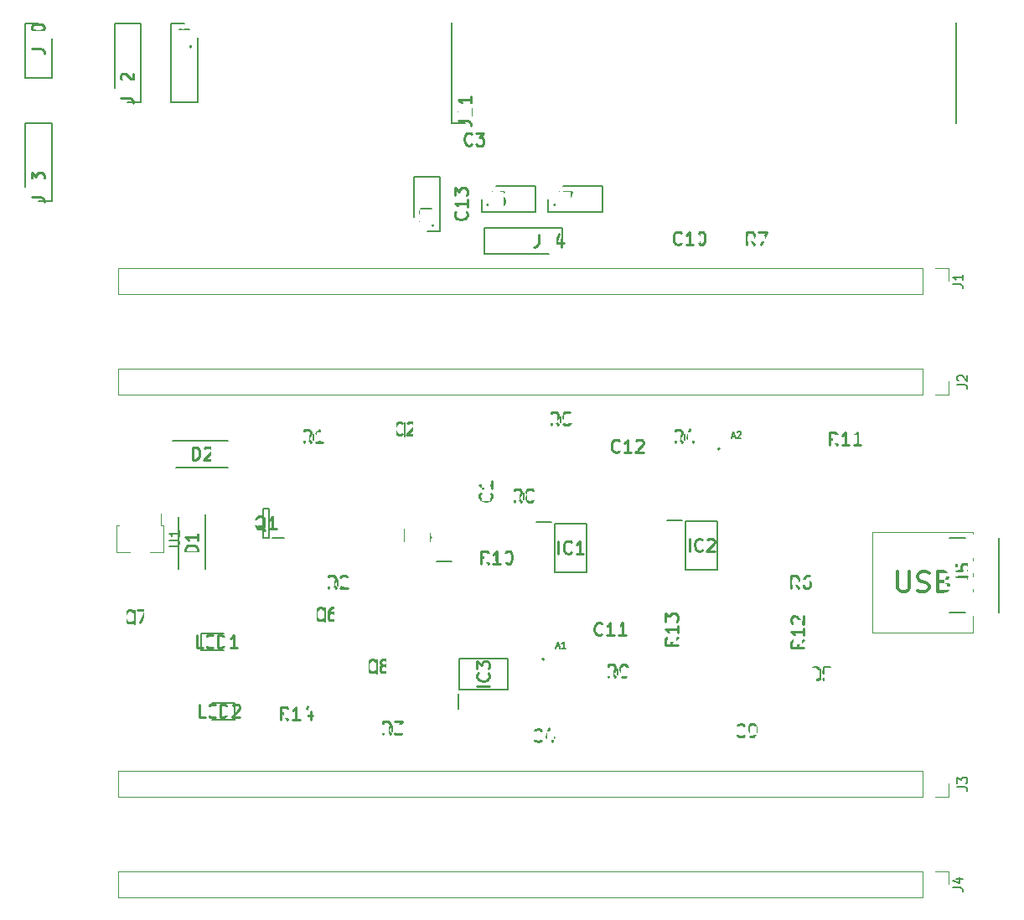
<source format=gto>
%TF.GenerationSoftware,KiCad,Pcbnew,(6.0.2)*%
%TF.CreationDate,2022-04-17T21:21:11+02:00*%
%TF.ProjectId,main,6d61696e-2e6b-4696-9361-645f70636258,rev?*%
%TF.SameCoordinates,Original*%
%TF.FileFunction,Legend,Top*%
%TF.FilePolarity,Positive*%
%FSLAX46Y46*%
G04 Gerber Fmt 4.6, Leading zero omitted, Abs format (unit mm)*
G04 Created by KiCad (PCBNEW (6.0.2)) date 2022-04-17 21:21:11*
%MOMM*%
%LPD*%
G01*
G04 APERTURE LIST*
G04 Aperture macros list*
%AMFreePoly0*
4,1,9,3.862500,-0.866500,0.737500,-0.866500,0.737500,-0.450000,-0.737500,-0.450000,-0.737500,0.450000,0.737500,0.450000,0.737500,0.866500,3.862500,0.866500,3.862500,-0.866500,3.862500,-0.866500,$1*%
G04 Aperture macros list end*
%ADD10C,0.100000*%
%ADD11C,0.300000*%
%ADD12C,0.254000*%
%ADD13C,0.150000*%
%ADD14C,0.200000*%
%ADD15C,0.120000*%
%ADD16R,1.650000X1.650000*%
%ADD17C,1.650000*%
%ADD18R,0.940000X0.730000*%
%ADD19R,1.050000X1.820000*%
%ADD20R,0.950000X0.900000*%
%ADD21R,1.525000X0.700000*%
%ADD22R,2.513000X3.402000*%
%ADD23R,0.900000X0.950000*%
%ADD24R,0.730000X0.940000*%
%ADD25R,1.525000X0.650000*%
%ADD26R,1.380000X0.450000*%
%ADD27R,2.100000X1.475000*%
%ADD28R,1.900000X1.175000*%
%ADD29R,1.900000X2.375000*%
%ADD30R,1.200000X0.600000*%
%ADD31R,1.550000X2.350000*%
%ADD32R,1.700000X1.700000*%
%ADD33O,1.700000X1.700000*%
%ADD34R,0.800000X0.800000*%
%ADD35R,0.750000X0.600000*%
%ADD36R,0.650000X1.525000*%
%ADD37R,0.910000X1.390000*%
%ADD38R,1.425000X1.425000*%
%ADD39C,1.425000*%
%ADD40R,2.350000X1.550000*%
%ADD41R,0.900000X1.300000*%
%ADD42FreePoly0,270.000000*%
G04 APERTURE END LIST*
D10*
X167520000Y-102680000D02*
X177680000Y-102680000D01*
X177680000Y-102680000D02*
X177680000Y-112840000D01*
X177680000Y-112840000D02*
X167520000Y-112840000D01*
X167520000Y-112840000D02*
X167520000Y-102680000D01*
D11*
X170076190Y-106664761D02*
X170076190Y-108283809D01*
X170171428Y-108474285D01*
X170266666Y-108569523D01*
X170457142Y-108664761D01*
X170838095Y-108664761D01*
X171028571Y-108569523D01*
X171123809Y-108474285D01*
X171219047Y-108283809D01*
X171219047Y-106664761D01*
X172076190Y-108569523D02*
X172361904Y-108664761D01*
X172838095Y-108664761D01*
X173028571Y-108569523D01*
X173123809Y-108474285D01*
X173219047Y-108283809D01*
X173219047Y-108093333D01*
X173123809Y-107902857D01*
X173028571Y-107807619D01*
X172838095Y-107712380D01*
X172457142Y-107617142D01*
X172266666Y-107521904D01*
X172171428Y-107426666D01*
X172076190Y-107236190D01*
X172076190Y-107045714D01*
X172171428Y-106855238D01*
X172266666Y-106760000D01*
X172457142Y-106664761D01*
X172933333Y-106664761D01*
X173219047Y-106760000D01*
X174742857Y-107617142D02*
X175028571Y-107712380D01*
X175123809Y-107807619D01*
X175219047Y-107998095D01*
X175219047Y-108283809D01*
X175123809Y-108474285D01*
X175028571Y-108569523D01*
X174838095Y-108664761D01*
X174076190Y-108664761D01*
X174076190Y-106664761D01*
X174742857Y-106664761D01*
X174933333Y-106760000D01*
X175028571Y-106855238D01*
X175123809Y-107045714D01*
X175123809Y-107236190D01*
X175028571Y-107426666D01*
X174933333Y-107521904D01*
X174742857Y-107617142D01*
X174076190Y-107617142D01*
D12*
X129056666Y-68304523D02*
X129056666Y-69211666D01*
X128996190Y-69393095D01*
X128875238Y-69514047D01*
X128693809Y-69574523D01*
X128572857Y-69574523D01*
X130205714Y-68304523D02*
X129963809Y-68304523D01*
X129842857Y-68365000D01*
X129782380Y-68425476D01*
X129661428Y-68606904D01*
X129600952Y-68848809D01*
X129600952Y-69332619D01*
X129661428Y-69453571D01*
X129721904Y-69514047D01*
X129842857Y-69574523D01*
X130084761Y-69574523D01*
X130205714Y-69514047D01*
X130266190Y-69453571D01*
X130326666Y-69332619D01*
X130326666Y-69030238D01*
X130266190Y-68909285D01*
X130205714Y-68848809D01*
X130084761Y-68788333D01*
X129842857Y-68788333D01*
X129721904Y-68848809D01*
X129661428Y-68909285D01*
X129600952Y-69030238D01*
X128953571Y-98711666D02*
X129014047Y-98772142D01*
X129074523Y-98953571D01*
X129074523Y-99074523D01*
X129014047Y-99255952D01*
X128893095Y-99376904D01*
X128772142Y-99437380D01*
X128530238Y-99497857D01*
X128348809Y-99497857D01*
X128106904Y-99437380D01*
X127985952Y-99376904D01*
X127865000Y-99255952D01*
X127804523Y-99074523D01*
X127804523Y-98953571D01*
X127865000Y-98772142D01*
X127925476Y-98711666D01*
X129074523Y-97502142D02*
X129074523Y-98227857D01*
X129074523Y-97865000D02*
X127804523Y-97865000D01*
X127985952Y-97985952D01*
X128106904Y-98106904D01*
X128167380Y-98227857D01*
X120038333Y-92703571D02*
X119977857Y-92764047D01*
X119796428Y-92824523D01*
X119675476Y-92824523D01*
X119494047Y-92764047D01*
X119373095Y-92643095D01*
X119312619Y-92522142D01*
X119252142Y-92280238D01*
X119252142Y-92098809D01*
X119312619Y-91856904D01*
X119373095Y-91735952D01*
X119494047Y-91615000D01*
X119675476Y-91554523D01*
X119796428Y-91554523D01*
X119977857Y-91615000D01*
X120038333Y-91675476D01*
X120522142Y-91675476D02*
X120582619Y-91615000D01*
X120703571Y-91554523D01*
X121005952Y-91554523D01*
X121126904Y-91615000D01*
X121187380Y-91675476D01*
X121247857Y-91796428D01*
X121247857Y-91917380D01*
X121187380Y-92098809D01*
X120461666Y-92824523D01*
X121247857Y-92824523D01*
X160574523Y-113566428D02*
X159969761Y-113989761D01*
X160574523Y-114292142D02*
X159304523Y-114292142D01*
X159304523Y-113808333D01*
X159365000Y-113687380D01*
X159425476Y-113626904D01*
X159546428Y-113566428D01*
X159727857Y-113566428D01*
X159848809Y-113626904D01*
X159909285Y-113687380D01*
X159969761Y-113808333D01*
X159969761Y-114292142D01*
X160574523Y-112356904D02*
X160574523Y-113082619D01*
X160574523Y-112719761D02*
X159304523Y-112719761D01*
X159485952Y-112840714D01*
X159606904Y-112961666D01*
X159667380Y-113082619D01*
X159425476Y-111873095D02*
X159365000Y-111812619D01*
X159304523Y-111691666D01*
X159304523Y-111389285D01*
X159365000Y-111268333D01*
X159425476Y-111207857D01*
X159546428Y-111147380D01*
X159667380Y-111147380D01*
X159848809Y-111207857D01*
X160574523Y-111933571D01*
X160574523Y-111147380D01*
X82554523Y-53778095D02*
X83461666Y-53778095D01*
X83643095Y-53838571D01*
X83764047Y-53959523D01*
X83824523Y-54140952D01*
X83824523Y-54261904D01*
X83824523Y-52508095D02*
X83824523Y-53233809D01*
X83824523Y-52870952D02*
X82554523Y-52870952D01*
X82735952Y-52991904D01*
X82856904Y-53112857D01*
X82917380Y-53233809D01*
X82554523Y-51721904D02*
X82554523Y-51600952D01*
X82615000Y-51480000D01*
X82675476Y-51419523D01*
X82796428Y-51359047D01*
X83038333Y-51298571D01*
X83340714Y-51298571D01*
X83582619Y-51359047D01*
X83703571Y-51419523D01*
X83764047Y-51480000D01*
X83824523Y-51600952D01*
X83824523Y-51721904D01*
X83764047Y-51842857D01*
X83703571Y-51903333D01*
X83582619Y-51963809D01*
X83340714Y-52024285D01*
X83038333Y-52024285D01*
X82796428Y-51963809D01*
X82675476Y-51903333D01*
X82615000Y-51842857D01*
X82554523Y-51721904D01*
X120260238Y-103574523D02*
X120260238Y-102304523D01*
X121590714Y-103453571D02*
X121530238Y-103514047D01*
X121348809Y-103574523D01*
X121227857Y-103574523D01*
X121046428Y-103514047D01*
X120925476Y-103393095D01*
X120865000Y-103272142D01*
X120804523Y-103030238D01*
X120804523Y-102848809D01*
X120865000Y-102606904D01*
X120925476Y-102485952D01*
X121046428Y-102365000D01*
X121227857Y-102304523D01*
X121348809Y-102304523D01*
X121530238Y-102365000D01*
X121590714Y-102425476D01*
X122679285Y-102727857D02*
X122679285Y-103574523D01*
X122376904Y-102244047D02*
X122074523Y-103151190D01*
X122860714Y-103151190D01*
X110788333Y-93574523D02*
X110365000Y-92969761D01*
X110062619Y-93574523D02*
X110062619Y-92304523D01*
X110546428Y-92304523D01*
X110667380Y-92365000D01*
X110727857Y-92425476D01*
X110788333Y-92546428D01*
X110788333Y-92727857D01*
X110727857Y-92848809D01*
X110667380Y-92909285D01*
X110546428Y-92969761D01*
X110062619Y-92969761D01*
X111997857Y-93574523D02*
X111272142Y-93574523D01*
X111635000Y-93574523D02*
X111635000Y-92304523D01*
X111514047Y-92485952D01*
X111393095Y-92606904D01*
X111272142Y-92667380D01*
X163933571Y-93824523D02*
X163510238Y-93219761D01*
X163207857Y-93824523D02*
X163207857Y-92554523D01*
X163691666Y-92554523D01*
X163812619Y-92615000D01*
X163873095Y-92675476D01*
X163933571Y-92796428D01*
X163933571Y-92977857D01*
X163873095Y-93098809D01*
X163812619Y-93159285D01*
X163691666Y-93219761D01*
X163207857Y-93219761D01*
X165143095Y-93824523D02*
X164417380Y-93824523D01*
X164780238Y-93824523D02*
X164780238Y-92554523D01*
X164659285Y-92735952D01*
X164538333Y-92856904D01*
X164417380Y-92917380D01*
X166352619Y-93824523D02*
X165626904Y-93824523D01*
X165989761Y-93824523D02*
X165989761Y-92554523D01*
X165868809Y-92735952D01*
X165747857Y-92856904D01*
X165626904Y-92917380D01*
X132038333Y-99574523D02*
X131615000Y-98969761D01*
X131312619Y-99574523D02*
X131312619Y-98304523D01*
X131796428Y-98304523D01*
X131917380Y-98365000D01*
X131977857Y-98425476D01*
X132038333Y-98546428D01*
X132038333Y-98727857D01*
X131977857Y-98848809D01*
X131917380Y-98909285D01*
X131796428Y-98969761D01*
X131312619Y-98969761D01*
X132764047Y-98848809D02*
X132643095Y-98788333D01*
X132582619Y-98727857D01*
X132522142Y-98606904D01*
X132522142Y-98546428D01*
X132582619Y-98425476D01*
X132643095Y-98365000D01*
X132764047Y-98304523D01*
X133005952Y-98304523D01*
X133126904Y-98365000D01*
X133187380Y-98425476D01*
X133247857Y-98546428D01*
X133247857Y-98606904D01*
X133187380Y-98727857D01*
X133126904Y-98788333D01*
X133005952Y-98848809D01*
X132764047Y-98848809D01*
X132643095Y-98909285D01*
X132582619Y-98969761D01*
X132522142Y-99090714D01*
X132522142Y-99332619D01*
X132582619Y-99453571D01*
X132643095Y-99514047D01*
X132764047Y-99574523D01*
X133005952Y-99574523D01*
X133126904Y-99514047D01*
X133187380Y-99453571D01*
X133247857Y-99332619D01*
X133247857Y-99090714D01*
X133187380Y-98969761D01*
X133126904Y-98909285D01*
X133005952Y-98848809D01*
X140183571Y-112953571D02*
X140123095Y-113014047D01*
X139941666Y-113074523D01*
X139820714Y-113074523D01*
X139639285Y-113014047D01*
X139518333Y-112893095D01*
X139457857Y-112772142D01*
X139397380Y-112530238D01*
X139397380Y-112348809D01*
X139457857Y-112106904D01*
X139518333Y-111985952D01*
X139639285Y-111865000D01*
X139820714Y-111804523D01*
X139941666Y-111804523D01*
X140123095Y-111865000D01*
X140183571Y-111925476D01*
X141393095Y-113074523D02*
X140667380Y-113074523D01*
X141030238Y-113074523D02*
X141030238Y-111804523D01*
X140909285Y-111985952D01*
X140788333Y-112106904D01*
X140667380Y-112167380D01*
X142602619Y-113074523D02*
X141876904Y-113074523D01*
X142239761Y-113074523D02*
X142239761Y-111804523D01*
X142118809Y-111985952D01*
X141997857Y-112106904D01*
X141876904Y-112167380D01*
X149010238Y-104574523D02*
X149010238Y-103304523D01*
X150340714Y-104453571D02*
X150280238Y-104514047D01*
X150098809Y-104574523D01*
X149977857Y-104574523D01*
X149796428Y-104514047D01*
X149675476Y-104393095D01*
X149615000Y-104272142D01*
X149554523Y-104030238D01*
X149554523Y-103848809D01*
X149615000Y-103606904D01*
X149675476Y-103485952D01*
X149796428Y-103365000D01*
X149977857Y-103304523D01*
X150098809Y-103304523D01*
X150280238Y-103365000D01*
X150340714Y-103425476D01*
X150824523Y-103425476D02*
X150885000Y-103365000D01*
X151005952Y-103304523D01*
X151308333Y-103304523D01*
X151429285Y-103365000D01*
X151489761Y-103425476D01*
X151550238Y-103546428D01*
X151550238Y-103667380D01*
X151489761Y-103848809D01*
X150764047Y-104574523D01*
X151550238Y-104574523D01*
X175974523Y-107110333D02*
X176881666Y-107110333D01*
X177063095Y-107170809D01*
X177184047Y-107291761D01*
X177244523Y-107473190D01*
X177244523Y-107594142D01*
X175974523Y-105900809D02*
X175974523Y-106505571D01*
X176579285Y-106566047D01*
X176518809Y-106505571D01*
X176458333Y-106384619D01*
X176458333Y-106082238D01*
X176518809Y-105961285D01*
X176579285Y-105900809D01*
X176700238Y-105840333D01*
X177002619Y-105840333D01*
X177123571Y-105900809D01*
X177184047Y-105961285D01*
X177244523Y-106082238D01*
X177244523Y-106384619D01*
X177184047Y-106505571D01*
X177123571Y-106566047D01*
X106129047Y-102445476D02*
X106008095Y-102385000D01*
X105887142Y-102264047D01*
X105705714Y-102082619D01*
X105584761Y-102022142D01*
X105463809Y-102022142D01*
X105524285Y-102324523D02*
X105403333Y-102264047D01*
X105282380Y-102143095D01*
X105221904Y-101901190D01*
X105221904Y-101477857D01*
X105282380Y-101235952D01*
X105403333Y-101115000D01*
X105524285Y-101054523D01*
X105766190Y-101054523D01*
X105887142Y-101115000D01*
X106008095Y-101235952D01*
X106068571Y-101477857D01*
X106068571Y-101901190D01*
X106008095Y-102143095D01*
X105887142Y-102264047D01*
X105766190Y-102324523D01*
X105524285Y-102324523D01*
X107278095Y-102324523D02*
X106552380Y-102324523D01*
X106915238Y-102324523D02*
X106915238Y-101054523D01*
X106794285Y-101235952D01*
X106673333Y-101356904D01*
X106552380Y-101417380D01*
X118788333Y-123074523D02*
X118365000Y-122469761D01*
X118062619Y-123074523D02*
X118062619Y-121804523D01*
X118546428Y-121804523D01*
X118667380Y-121865000D01*
X118727857Y-121925476D01*
X118788333Y-122046428D01*
X118788333Y-122227857D01*
X118727857Y-122348809D01*
X118667380Y-122409285D01*
X118546428Y-122469761D01*
X118062619Y-122469761D01*
X119211666Y-121804523D02*
X119997857Y-121804523D01*
X119574523Y-122288333D01*
X119755952Y-122288333D01*
X119876904Y-122348809D01*
X119937380Y-122409285D01*
X119997857Y-122530238D01*
X119997857Y-122832619D01*
X119937380Y-122953571D01*
X119876904Y-123014047D01*
X119755952Y-123074523D01*
X119393095Y-123074523D01*
X119272142Y-123014047D01*
X119211666Y-122953571D01*
X99324523Y-104687380D02*
X98054523Y-104687380D01*
X98054523Y-104385000D01*
X98115000Y-104203571D01*
X98235952Y-104082619D01*
X98356904Y-104022142D01*
X98598809Y-103961666D01*
X98780238Y-103961666D01*
X99022142Y-104022142D01*
X99143095Y-104082619D01*
X99264047Y-104203571D01*
X99324523Y-104385000D01*
X99324523Y-104687380D01*
X99324523Y-102752142D02*
X99324523Y-103477857D01*
X99324523Y-103115000D02*
X98054523Y-103115000D01*
X98235952Y-103235952D01*
X98356904Y-103356904D01*
X98417380Y-103477857D01*
X117288333Y-116703571D02*
X117227857Y-116764047D01*
X117046428Y-116824523D01*
X116925476Y-116824523D01*
X116744047Y-116764047D01*
X116623095Y-116643095D01*
X116562619Y-116522142D01*
X116502142Y-116280238D01*
X116502142Y-116098809D01*
X116562619Y-115856904D01*
X116623095Y-115735952D01*
X116744047Y-115615000D01*
X116925476Y-115554523D01*
X117046428Y-115554523D01*
X117227857Y-115615000D01*
X117288333Y-115675476D01*
X118014047Y-116098809D02*
X117893095Y-116038333D01*
X117832619Y-115977857D01*
X117772142Y-115856904D01*
X117772142Y-115796428D01*
X117832619Y-115675476D01*
X117893095Y-115615000D01*
X118014047Y-115554523D01*
X118255952Y-115554523D01*
X118376904Y-115615000D01*
X118437380Y-115675476D01*
X118497857Y-115796428D01*
X118497857Y-115856904D01*
X118437380Y-115977857D01*
X118376904Y-116038333D01*
X118255952Y-116098809D01*
X118014047Y-116098809D01*
X117893095Y-116159285D01*
X117832619Y-116219761D01*
X117772142Y-116340714D01*
X117772142Y-116582619D01*
X117832619Y-116703571D01*
X117893095Y-116764047D01*
X118014047Y-116824523D01*
X118255952Y-116824523D01*
X118376904Y-116764047D01*
X118437380Y-116703571D01*
X118497857Y-116582619D01*
X118497857Y-116340714D01*
X118437380Y-116219761D01*
X118376904Y-116159285D01*
X118255952Y-116098809D01*
X121804523Y-71193333D02*
X122711666Y-71193333D01*
X122893095Y-71253809D01*
X123014047Y-71374761D01*
X123074523Y-71556190D01*
X123074523Y-71677142D01*
X123074523Y-70528095D02*
X123074523Y-70286190D01*
X123014047Y-70165238D01*
X122953571Y-70104761D01*
X122772142Y-69983809D01*
X122530238Y-69923333D01*
X122046428Y-69923333D01*
X121925476Y-69983809D01*
X121865000Y-70044285D01*
X121804523Y-70165238D01*
X121804523Y-70407142D01*
X121865000Y-70528095D01*
X121925476Y-70588571D01*
X122046428Y-70649047D01*
X122348809Y-70649047D01*
X122469761Y-70588571D01*
X122530238Y-70528095D01*
X122590714Y-70407142D01*
X122590714Y-70165238D01*
X122530238Y-70044285D01*
X122469761Y-69983809D01*
X122348809Y-69923333D01*
D13*
X176092380Y-87773333D02*
X176806666Y-87773333D01*
X176949523Y-87820952D01*
X177044761Y-87916190D01*
X177092380Y-88059047D01*
X177092380Y-88154285D01*
X176187619Y-87344761D02*
X176140000Y-87297142D01*
X176092380Y-87201904D01*
X176092380Y-86963809D01*
X176140000Y-86868571D01*
X176187619Y-86820952D01*
X176282857Y-86773333D01*
X176378095Y-86773333D01*
X176520952Y-86820952D01*
X177092380Y-87392380D01*
X177092380Y-86773333D01*
X135574857Y-114200266D02*
X135879619Y-114200266D01*
X135513904Y-114383123D02*
X135727238Y-113743123D01*
X135940571Y-114383123D01*
X136489142Y-114383123D02*
X136123428Y-114383123D01*
X136306285Y-114383123D02*
X136306285Y-113743123D01*
X136245333Y-113834552D01*
X136184380Y-113895504D01*
X136123428Y-113925980D01*
D12*
X112038333Y-111453571D02*
X111977857Y-111514047D01*
X111796428Y-111574523D01*
X111675476Y-111574523D01*
X111494047Y-111514047D01*
X111373095Y-111393095D01*
X111312619Y-111272142D01*
X111252142Y-111030238D01*
X111252142Y-110848809D01*
X111312619Y-110606904D01*
X111373095Y-110485952D01*
X111494047Y-110365000D01*
X111675476Y-110304523D01*
X111796428Y-110304523D01*
X111977857Y-110365000D01*
X112038333Y-110425476D01*
X113126904Y-110304523D02*
X112885000Y-110304523D01*
X112764047Y-110365000D01*
X112703571Y-110425476D01*
X112582619Y-110606904D01*
X112522142Y-110848809D01*
X112522142Y-111332619D01*
X112582619Y-111453571D01*
X112643095Y-111514047D01*
X112764047Y-111574523D01*
X113005952Y-111574523D01*
X113126904Y-111514047D01*
X113187380Y-111453571D01*
X113247857Y-111332619D01*
X113247857Y-111030238D01*
X113187380Y-110909285D01*
X113126904Y-110848809D01*
X113005952Y-110788333D01*
X112764047Y-110788333D01*
X112643095Y-110848809D01*
X112582619Y-110909285D01*
X112522142Y-111030238D01*
X97304523Y-53133333D02*
X98211666Y-53133333D01*
X98393095Y-53193809D01*
X98514047Y-53314761D01*
X98574523Y-53496190D01*
X98574523Y-53617142D01*
X97848809Y-52347142D02*
X97788333Y-52468095D01*
X97727857Y-52528571D01*
X97606904Y-52589047D01*
X97546428Y-52589047D01*
X97425476Y-52528571D01*
X97365000Y-52468095D01*
X97304523Y-52347142D01*
X97304523Y-52105238D01*
X97365000Y-51984285D01*
X97425476Y-51923809D01*
X97546428Y-51863333D01*
X97606904Y-51863333D01*
X97727857Y-51923809D01*
X97788333Y-51984285D01*
X97848809Y-52105238D01*
X97848809Y-52347142D01*
X97909285Y-52468095D01*
X97969761Y-52528571D01*
X98090714Y-52589047D01*
X98332619Y-52589047D01*
X98453571Y-52528571D01*
X98514047Y-52468095D01*
X98574523Y-52347142D01*
X98574523Y-52105238D01*
X98514047Y-51984285D01*
X98453571Y-51923809D01*
X98332619Y-51863333D01*
X98090714Y-51863333D01*
X97969761Y-51923809D01*
X97909285Y-51984285D01*
X97848809Y-52105238D01*
X127038333Y-63453571D02*
X126977857Y-63514047D01*
X126796428Y-63574523D01*
X126675476Y-63574523D01*
X126494047Y-63514047D01*
X126373095Y-63393095D01*
X126312619Y-63272142D01*
X126252142Y-63030238D01*
X126252142Y-62848809D01*
X126312619Y-62606904D01*
X126373095Y-62485952D01*
X126494047Y-62365000D01*
X126675476Y-62304523D01*
X126796428Y-62304523D01*
X126977857Y-62365000D01*
X127038333Y-62425476D01*
X127461666Y-62304523D02*
X128247857Y-62304523D01*
X127824523Y-62788333D01*
X128005952Y-62788333D01*
X128126904Y-62848809D01*
X128187380Y-62909285D01*
X128247857Y-63030238D01*
X128247857Y-63332619D01*
X128187380Y-63453571D01*
X128126904Y-63514047D01*
X128005952Y-63574523D01*
X127643095Y-63574523D01*
X127522142Y-63514047D01*
X127461666Y-63453571D01*
X82554523Y-68818095D02*
X83461666Y-68818095D01*
X83643095Y-68878571D01*
X83764047Y-68999523D01*
X83824523Y-69180952D01*
X83824523Y-69301904D01*
X83824523Y-67548095D02*
X83824523Y-68273809D01*
X83824523Y-67910952D02*
X82554523Y-67910952D01*
X82735952Y-68031904D01*
X82856904Y-68152857D01*
X82917380Y-68273809D01*
X82554523Y-67124761D02*
X82554523Y-66338571D01*
X83038333Y-66761904D01*
X83038333Y-66580476D01*
X83098809Y-66459523D01*
X83159285Y-66399047D01*
X83280238Y-66338571D01*
X83582619Y-66338571D01*
X83703571Y-66399047D01*
X83764047Y-66459523D01*
X83824523Y-66580476D01*
X83824523Y-66943333D01*
X83764047Y-67064285D01*
X83703571Y-67124761D01*
D13*
X175652380Y-77613333D02*
X176366666Y-77613333D01*
X176509523Y-77660952D01*
X176604761Y-77756190D01*
X176652380Y-77899047D01*
X176652380Y-77994285D01*
X176652380Y-76613333D02*
X176652380Y-77184761D01*
X176652380Y-76899047D02*
X175652380Y-76899047D01*
X175795238Y-76994285D01*
X175890476Y-77089523D01*
X175938095Y-77184761D01*
D12*
X141933571Y-94453571D02*
X141873095Y-94514047D01*
X141691666Y-94574523D01*
X141570714Y-94574523D01*
X141389285Y-94514047D01*
X141268333Y-94393095D01*
X141207857Y-94272142D01*
X141147380Y-94030238D01*
X141147380Y-93848809D01*
X141207857Y-93606904D01*
X141268333Y-93485952D01*
X141389285Y-93365000D01*
X141570714Y-93304523D01*
X141691666Y-93304523D01*
X141873095Y-93365000D01*
X141933571Y-93425476D01*
X143143095Y-94574523D02*
X142417380Y-94574523D01*
X142780238Y-94574523D02*
X142780238Y-93304523D01*
X142659285Y-93485952D01*
X142538333Y-93606904D01*
X142417380Y-93667380D01*
X143626904Y-93425476D02*
X143687380Y-93365000D01*
X143808333Y-93304523D01*
X144110714Y-93304523D01*
X144231666Y-93365000D01*
X144292142Y-93425476D01*
X144352619Y-93546428D01*
X144352619Y-93667380D01*
X144292142Y-93848809D01*
X143566428Y-94574523D01*
X144352619Y-94574523D01*
X160038333Y-108324523D02*
X159615000Y-107719761D01*
X159312619Y-108324523D02*
X159312619Y-107054523D01*
X159796428Y-107054523D01*
X159917380Y-107115000D01*
X159977857Y-107175476D01*
X160038333Y-107296428D01*
X160038333Y-107477857D01*
X159977857Y-107598809D01*
X159917380Y-107659285D01*
X159796428Y-107719761D01*
X159312619Y-107719761D01*
X161126904Y-107054523D02*
X160885000Y-107054523D01*
X160764047Y-107115000D01*
X160703571Y-107175476D01*
X160582619Y-107356904D01*
X160522142Y-107598809D01*
X160522142Y-108082619D01*
X160582619Y-108203571D01*
X160643095Y-108264047D01*
X160764047Y-108324523D01*
X161005952Y-108324523D01*
X161126904Y-108264047D01*
X161187380Y-108203571D01*
X161247857Y-108082619D01*
X161247857Y-107780238D01*
X161187380Y-107659285D01*
X161126904Y-107598809D01*
X161005952Y-107538333D01*
X160764047Y-107538333D01*
X160643095Y-107598809D01*
X160582619Y-107659285D01*
X160522142Y-107780238D01*
X148288333Y-93574523D02*
X147865000Y-92969761D01*
X147562619Y-93574523D02*
X147562619Y-92304523D01*
X148046428Y-92304523D01*
X148167380Y-92365000D01*
X148227857Y-92425476D01*
X148288333Y-92546428D01*
X148288333Y-92727857D01*
X148227857Y-92848809D01*
X148167380Y-92909285D01*
X148046428Y-92969761D01*
X147562619Y-92969761D01*
X149376904Y-92727857D02*
X149376904Y-93574523D01*
X149074523Y-92244047D02*
X148772142Y-93151190D01*
X149558333Y-93151190D01*
X128824523Y-118239761D02*
X127554523Y-118239761D01*
X128703571Y-116909285D02*
X128764047Y-116969761D01*
X128824523Y-117151190D01*
X128824523Y-117272142D01*
X128764047Y-117453571D01*
X128643095Y-117574523D01*
X128522142Y-117635000D01*
X128280238Y-117695476D01*
X128098809Y-117695476D01*
X127856904Y-117635000D01*
X127735952Y-117574523D01*
X127615000Y-117453571D01*
X127554523Y-117272142D01*
X127554523Y-117151190D01*
X127615000Y-116969761D01*
X127675476Y-116909285D01*
X127554523Y-116485952D02*
X127554523Y-115699761D01*
X128038333Y-116123095D01*
X128038333Y-115941666D01*
X128098809Y-115820714D01*
X128159285Y-115760238D01*
X128280238Y-115699761D01*
X128582619Y-115699761D01*
X128703571Y-115760238D01*
X128764047Y-115820714D01*
X128824523Y-115941666D01*
X128824523Y-116304523D01*
X128764047Y-116425476D01*
X128703571Y-116485952D01*
X108433571Y-121574523D02*
X108010238Y-120969761D01*
X107707857Y-121574523D02*
X107707857Y-120304523D01*
X108191666Y-120304523D01*
X108312619Y-120365000D01*
X108373095Y-120425476D01*
X108433571Y-120546428D01*
X108433571Y-120727857D01*
X108373095Y-120848809D01*
X108312619Y-120909285D01*
X108191666Y-120969761D01*
X107707857Y-120969761D01*
X109643095Y-121574523D02*
X108917380Y-121574523D01*
X109280238Y-121574523D02*
X109280238Y-120304523D01*
X109159285Y-120485952D01*
X109038333Y-120606904D01*
X108917380Y-120667380D01*
X110731666Y-120727857D02*
X110731666Y-121574523D01*
X110429285Y-120244047D02*
X110126904Y-121151190D01*
X110913095Y-121151190D01*
X148183571Y-73453571D02*
X148123095Y-73514047D01*
X147941666Y-73574523D01*
X147820714Y-73574523D01*
X147639285Y-73514047D01*
X147518333Y-73393095D01*
X147457857Y-73272142D01*
X147397380Y-73030238D01*
X147397380Y-72848809D01*
X147457857Y-72606904D01*
X147518333Y-72485952D01*
X147639285Y-72365000D01*
X147820714Y-72304523D01*
X147941666Y-72304523D01*
X148123095Y-72365000D01*
X148183571Y-72425476D01*
X149393095Y-73574523D02*
X148667380Y-73574523D01*
X149030238Y-73574523D02*
X149030238Y-72304523D01*
X148909285Y-72485952D01*
X148788333Y-72606904D01*
X148667380Y-72667380D01*
X150179285Y-72304523D02*
X150300238Y-72304523D01*
X150421190Y-72365000D01*
X150481666Y-72425476D01*
X150542142Y-72546428D01*
X150602619Y-72788333D01*
X150602619Y-73090714D01*
X150542142Y-73332619D01*
X150481666Y-73453571D01*
X150421190Y-73514047D01*
X150300238Y-73574523D01*
X150179285Y-73574523D01*
X150058333Y-73514047D01*
X149997857Y-73453571D01*
X149937380Y-73332619D01*
X149876904Y-73090714D01*
X149876904Y-72788333D01*
X149937380Y-72546428D01*
X149997857Y-72425476D01*
X150058333Y-72365000D01*
X150179285Y-72304523D01*
X147824523Y-113316428D02*
X147219761Y-113739761D01*
X147824523Y-114042142D02*
X146554523Y-114042142D01*
X146554523Y-113558333D01*
X146615000Y-113437380D01*
X146675476Y-113376904D01*
X146796428Y-113316428D01*
X146977857Y-113316428D01*
X147098809Y-113376904D01*
X147159285Y-113437380D01*
X147219761Y-113558333D01*
X147219761Y-114042142D01*
X147824523Y-112106904D02*
X147824523Y-112832619D01*
X147824523Y-112469761D02*
X146554523Y-112469761D01*
X146735952Y-112590714D01*
X146856904Y-112711666D01*
X146917380Y-112832619D01*
X146554523Y-111683571D02*
X146554523Y-110897380D01*
X147038333Y-111320714D01*
X147038333Y-111139285D01*
X147098809Y-111018333D01*
X147159285Y-110957857D01*
X147280238Y-110897380D01*
X147582619Y-110897380D01*
X147703571Y-110957857D01*
X147764047Y-111018333D01*
X147824523Y-111139285D01*
X147824523Y-111502142D01*
X147764047Y-111623095D01*
X147703571Y-111683571D01*
D13*
X175652380Y-138573333D02*
X176366666Y-138573333D01*
X176509523Y-138620952D01*
X176604761Y-138716190D01*
X176652380Y-138859047D01*
X176652380Y-138954285D01*
X175985714Y-137668571D02*
X176652380Y-137668571D01*
X175604761Y-137906666D02*
X176319047Y-138144761D01*
X176319047Y-137525714D01*
D12*
X141538333Y-117324523D02*
X141115000Y-116719761D01*
X140812619Y-117324523D02*
X140812619Y-116054523D01*
X141296428Y-116054523D01*
X141417380Y-116115000D01*
X141477857Y-116175476D01*
X141538333Y-116296428D01*
X141538333Y-116477857D01*
X141477857Y-116598809D01*
X141417380Y-116659285D01*
X141296428Y-116719761D01*
X140812619Y-116719761D01*
X142143095Y-117324523D02*
X142385000Y-117324523D01*
X142505952Y-117264047D01*
X142566428Y-117203571D01*
X142687380Y-117022142D01*
X142747857Y-116780238D01*
X142747857Y-116296428D01*
X142687380Y-116175476D01*
X142626904Y-116115000D01*
X142505952Y-116054523D01*
X142264047Y-116054523D01*
X142143095Y-116115000D01*
X142082619Y-116175476D01*
X142022142Y-116296428D01*
X142022142Y-116598809D01*
X142082619Y-116719761D01*
X142143095Y-116780238D01*
X142264047Y-116840714D01*
X142505952Y-116840714D01*
X142626904Y-116780238D01*
X142687380Y-116719761D01*
X142747857Y-116598809D01*
X126453571Y-70276428D02*
X126514047Y-70336904D01*
X126574523Y-70518333D01*
X126574523Y-70639285D01*
X126514047Y-70820714D01*
X126393095Y-70941666D01*
X126272142Y-71002142D01*
X126030238Y-71062619D01*
X125848809Y-71062619D01*
X125606904Y-71002142D01*
X125485952Y-70941666D01*
X125365000Y-70820714D01*
X125304523Y-70639285D01*
X125304523Y-70518333D01*
X125365000Y-70336904D01*
X125425476Y-70276428D01*
X126574523Y-69066904D02*
X126574523Y-69792619D01*
X126574523Y-69429761D02*
X125304523Y-69429761D01*
X125485952Y-69550714D01*
X125606904Y-69671666D01*
X125667380Y-69792619D01*
X125304523Y-68643571D02*
X125304523Y-67857380D01*
X125788333Y-68280714D01*
X125788333Y-68099285D01*
X125848809Y-67978333D01*
X125909285Y-67917857D01*
X126030238Y-67857380D01*
X126332619Y-67857380D01*
X126453571Y-67917857D01*
X126514047Y-67978333D01*
X126574523Y-68099285D01*
X126574523Y-68462142D01*
X126514047Y-68583095D01*
X126453571Y-68643571D01*
X162038333Y-117453571D02*
X161977857Y-117514047D01*
X161796428Y-117574523D01*
X161675476Y-117574523D01*
X161494047Y-117514047D01*
X161373095Y-117393095D01*
X161312619Y-117272142D01*
X161252142Y-117030238D01*
X161252142Y-116848809D01*
X161312619Y-116606904D01*
X161373095Y-116485952D01*
X161494047Y-116365000D01*
X161675476Y-116304523D01*
X161796428Y-116304523D01*
X161977857Y-116365000D01*
X162038333Y-116425476D01*
X163187380Y-116304523D02*
X162582619Y-116304523D01*
X162522142Y-116909285D01*
X162582619Y-116848809D01*
X162703571Y-116788333D01*
X163005952Y-116788333D01*
X163126904Y-116848809D01*
X163187380Y-116909285D01*
X163247857Y-117030238D01*
X163247857Y-117332619D01*
X163187380Y-117453571D01*
X163126904Y-117514047D01*
X163005952Y-117574523D01*
X162703571Y-117574523D01*
X162582619Y-117514047D01*
X162522142Y-117453571D01*
X125674523Y-61088095D02*
X126581666Y-61088095D01*
X126763095Y-61148571D01*
X126884047Y-61269523D01*
X126944523Y-61450952D01*
X126944523Y-61571904D01*
X126944523Y-59818095D02*
X126944523Y-60543809D01*
X126944523Y-60180952D02*
X125674523Y-60180952D01*
X125855952Y-60301904D01*
X125976904Y-60422857D01*
X126037380Y-60543809D01*
X126944523Y-58608571D02*
X126944523Y-59334285D01*
X126944523Y-58971428D02*
X125674523Y-58971428D01*
X125855952Y-59092380D01*
X125976904Y-59213333D01*
X126037380Y-59334285D01*
X98812619Y-95324523D02*
X98812619Y-94054523D01*
X99115000Y-94054523D01*
X99296428Y-94115000D01*
X99417380Y-94235952D01*
X99477857Y-94356904D01*
X99538333Y-94598809D01*
X99538333Y-94780238D01*
X99477857Y-95022142D01*
X99417380Y-95143095D01*
X99296428Y-95264047D01*
X99115000Y-95324523D01*
X98812619Y-95324523D01*
X100022142Y-94175476D02*
X100082619Y-94115000D01*
X100203571Y-94054523D01*
X100505952Y-94054523D01*
X100626904Y-94115000D01*
X100687380Y-94175476D01*
X100747857Y-94296428D01*
X100747857Y-94417380D01*
X100687380Y-94598809D01*
X99961666Y-95324523D01*
X100747857Y-95324523D01*
D13*
X176092380Y-128413333D02*
X176806666Y-128413333D01*
X176949523Y-128460952D01*
X177044761Y-128556190D01*
X177092380Y-128699047D01*
X177092380Y-128794285D01*
X176092380Y-128032380D02*
X176092380Y-127413333D01*
X176473333Y-127746666D01*
X176473333Y-127603809D01*
X176520952Y-127508571D01*
X176568571Y-127460952D01*
X176663809Y-127413333D01*
X176901904Y-127413333D01*
X176997142Y-127460952D01*
X177044761Y-127508571D01*
X177092380Y-127603809D01*
X177092380Y-127889523D01*
X177044761Y-127984761D01*
X176997142Y-128032380D01*
D12*
X91554523Y-58778095D02*
X92461666Y-58778095D01*
X92643095Y-58838571D01*
X92764047Y-58959523D01*
X92824523Y-59140952D01*
X92824523Y-59261904D01*
X92824523Y-57508095D02*
X92824523Y-58233809D01*
X92824523Y-57870952D02*
X91554523Y-57870952D01*
X91735952Y-57991904D01*
X91856904Y-58112857D01*
X91917380Y-58233809D01*
X91675476Y-57024285D02*
X91615000Y-56963809D01*
X91554523Y-56842857D01*
X91554523Y-56540476D01*
X91615000Y-56419523D01*
X91675476Y-56359047D01*
X91796428Y-56298571D01*
X91917380Y-56298571D01*
X92098809Y-56359047D01*
X92824523Y-57084761D01*
X92824523Y-56298571D01*
X92788333Y-111703571D02*
X92727857Y-111764047D01*
X92546428Y-111824523D01*
X92425476Y-111824523D01*
X92244047Y-111764047D01*
X92123095Y-111643095D01*
X92062619Y-111522142D01*
X92002142Y-111280238D01*
X92002142Y-111098809D01*
X92062619Y-110856904D01*
X92123095Y-110735952D01*
X92244047Y-110615000D01*
X92425476Y-110554523D01*
X92546428Y-110554523D01*
X92727857Y-110615000D01*
X92788333Y-110675476D01*
X93211666Y-110554523D02*
X94058333Y-110554523D01*
X93514047Y-111824523D01*
D13*
X96452380Y-104061904D02*
X97261904Y-104061904D01*
X97357142Y-104014285D01*
X97404761Y-103966666D01*
X97452380Y-103871428D01*
X97452380Y-103680952D01*
X97404761Y-103585714D01*
X97357142Y-103538095D01*
X97261904Y-103490476D01*
X96452380Y-103490476D01*
X97452380Y-102490476D02*
X97452380Y-103061904D01*
X97452380Y-102776190D02*
X96452380Y-102776190D01*
X96595238Y-102871428D01*
X96690476Y-102966666D01*
X96738095Y-103061904D01*
D12*
X135806666Y-68304523D02*
X135806666Y-69211666D01*
X135746190Y-69393095D01*
X135625238Y-69514047D01*
X135443809Y-69574523D01*
X135322857Y-69574523D01*
X136290476Y-68304523D02*
X137137142Y-68304523D01*
X136592857Y-69574523D01*
X133761904Y-72554523D02*
X133761904Y-73461666D01*
X133701428Y-73643095D01*
X133580476Y-73764047D01*
X133399047Y-73824523D01*
X133278095Y-73824523D01*
X135031904Y-73824523D02*
X134306190Y-73824523D01*
X134669047Y-73824523D02*
X134669047Y-72554523D01*
X134548095Y-72735952D01*
X134427142Y-72856904D01*
X134306190Y-72917380D01*
X136120476Y-72977857D02*
X136120476Y-73824523D01*
X135818095Y-72494047D02*
X135515714Y-73401190D01*
X136301904Y-73401190D01*
X134038333Y-123703571D02*
X133977857Y-123764047D01*
X133796428Y-123824523D01*
X133675476Y-123824523D01*
X133494047Y-123764047D01*
X133373095Y-123643095D01*
X133312619Y-123522142D01*
X133252142Y-123280238D01*
X133252142Y-123098809D01*
X133312619Y-122856904D01*
X133373095Y-122735952D01*
X133494047Y-122615000D01*
X133675476Y-122554523D01*
X133796428Y-122554523D01*
X133977857Y-122615000D01*
X134038333Y-122675476D01*
X135126904Y-122977857D02*
X135126904Y-123824523D01*
X134824523Y-122494047D02*
X134522142Y-123401190D01*
X135308333Y-123401190D01*
X135788333Y-91824523D02*
X135365000Y-91219761D01*
X135062619Y-91824523D02*
X135062619Y-90554523D01*
X135546428Y-90554523D01*
X135667380Y-90615000D01*
X135727857Y-90675476D01*
X135788333Y-90796428D01*
X135788333Y-90977857D01*
X135727857Y-91098809D01*
X135667380Y-91159285D01*
X135546428Y-91219761D01*
X135062619Y-91219761D01*
X136937380Y-90554523D02*
X136332619Y-90554523D01*
X136272142Y-91159285D01*
X136332619Y-91098809D01*
X136453571Y-91038333D01*
X136755952Y-91038333D01*
X136876904Y-91098809D01*
X136937380Y-91159285D01*
X136997857Y-91280238D01*
X136997857Y-91582619D01*
X136937380Y-91703571D01*
X136876904Y-91764047D01*
X136755952Y-91824523D01*
X136453571Y-91824523D01*
X136332619Y-91764047D01*
X136272142Y-91703571D01*
X113288333Y-108324523D02*
X112865000Y-107719761D01*
X112562619Y-108324523D02*
X112562619Y-107054523D01*
X113046428Y-107054523D01*
X113167380Y-107115000D01*
X113227857Y-107175476D01*
X113288333Y-107296428D01*
X113288333Y-107477857D01*
X113227857Y-107598809D01*
X113167380Y-107659285D01*
X113046428Y-107719761D01*
X112562619Y-107719761D01*
X113772142Y-107175476D02*
X113832619Y-107115000D01*
X113953571Y-107054523D01*
X114255952Y-107054523D01*
X114376904Y-107115000D01*
X114437380Y-107175476D01*
X114497857Y-107296428D01*
X114497857Y-107417380D01*
X114437380Y-107598809D01*
X113711666Y-108324523D01*
X114497857Y-108324523D01*
X135760238Y-104824523D02*
X135760238Y-103554523D01*
X137090714Y-104703571D02*
X137030238Y-104764047D01*
X136848809Y-104824523D01*
X136727857Y-104824523D01*
X136546428Y-104764047D01*
X136425476Y-104643095D01*
X136365000Y-104522142D01*
X136304523Y-104280238D01*
X136304523Y-104098809D01*
X136365000Y-103856904D01*
X136425476Y-103735952D01*
X136546428Y-103615000D01*
X136727857Y-103554523D01*
X136848809Y-103554523D01*
X137030238Y-103615000D01*
X137090714Y-103675476D01*
X138300238Y-104824523D02*
X137574523Y-104824523D01*
X137937380Y-104824523D02*
X137937380Y-103554523D01*
X137816428Y-103735952D01*
X137695476Y-103856904D01*
X137574523Y-103917380D01*
X128683571Y-105824523D02*
X128260238Y-105219761D01*
X127957857Y-105824523D02*
X127957857Y-104554523D01*
X128441666Y-104554523D01*
X128562619Y-104615000D01*
X128623095Y-104675476D01*
X128683571Y-104796428D01*
X128683571Y-104977857D01*
X128623095Y-105098809D01*
X128562619Y-105159285D01*
X128441666Y-105219761D01*
X127957857Y-105219761D01*
X129893095Y-105824523D02*
X129167380Y-105824523D01*
X129530238Y-105824523D02*
X129530238Y-104554523D01*
X129409285Y-104735952D01*
X129288333Y-104856904D01*
X129167380Y-104917380D01*
X130679285Y-104554523D02*
X130800238Y-104554523D01*
X130921190Y-104615000D01*
X130981666Y-104675476D01*
X131042142Y-104796428D01*
X131102619Y-105038333D01*
X131102619Y-105340714D01*
X131042142Y-105582619D01*
X130981666Y-105703571D01*
X130921190Y-105764047D01*
X130800238Y-105824523D01*
X130679285Y-105824523D01*
X130558333Y-105764047D01*
X130497857Y-105703571D01*
X130437380Y-105582619D01*
X130376904Y-105340714D01*
X130376904Y-105038333D01*
X130437380Y-104796428D01*
X130497857Y-104675476D01*
X130558333Y-104615000D01*
X130679285Y-104554523D01*
X99828809Y-114324523D02*
X99224047Y-114324523D01*
X99224047Y-113054523D01*
X100252142Y-113659285D02*
X100675476Y-113659285D01*
X100856904Y-114324523D02*
X100252142Y-114324523D01*
X100252142Y-113054523D01*
X100856904Y-113054523D01*
X101401190Y-114324523D02*
X101401190Y-113054523D01*
X101703571Y-113054523D01*
X101885000Y-113115000D01*
X102005952Y-113235952D01*
X102066428Y-113356904D01*
X102126904Y-113598809D01*
X102126904Y-113780238D01*
X102066428Y-114022142D01*
X102005952Y-114143095D01*
X101885000Y-114264047D01*
X101703571Y-114324523D01*
X101401190Y-114324523D01*
X103336428Y-114324523D02*
X102610714Y-114324523D01*
X102973571Y-114324523D02*
X102973571Y-113054523D01*
X102852619Y-113235952D01*
X102731666Y-113356904D01*
X102610714Y-113417380D01*
X155538333Y-73574523D02*
X155115000Y-72969761D01*
X154812619Y-73574523D02*
X154812619Y-72304523D01*
X155296428Y-72304523D01*
X155417380Y-72365000D01*
X155477857Y-72425476D01*
X155538333Y-72546428D01*
X155538333Y-72727857D01*
X155477857Y-72848809D01*
X155417380Y-72909285D01*
X155296428Y-72969761D01*
X154812619Y-72969761D01*
X155961666Y-72304523D02*
X156808333Y-72304523D01*
X156264047Y-73574523D01*
X154538333Y-123203571D02*
X154477857Y-123264047D01*
X154296428Y-123324523D01*
X154175476Y-123324523D01*
X153994047Y-123264047D01*
X153873095Y-123143095D01*
X153812619Y-123022142D01*
X153752142Y-122780238D01*
X153752142Y-122598809D01*
X153812619Y-122356904D01*
X153873095Y-122235952D01*
X153994047Y-122115000D01*
X154175476Y-122054523D01*
X154296428Y-122054523D01*
X154477857Y-122115000D01*
X154538333Y-122175476D01*
X155143095Y-123324523D02*
X155385000Y-123324523D01*
X155505952Y-123264047D01*
X155566428Y-123203571D01*
X155687380Y-123022142D01*
X155747857Y-122780238D01*
X155747857Y-122296428D01*
X155687380Y-122175476D01*
X155626904Y-122115000D01*
X155505952Y-122054523D01*
X155264047Y-122054523D01*
X155143095Y-122115000D01*
X155082619Y-122175476D01*
X155022142Y-122296428D01*
X155022142Y-122598809D01*
X155082619Y-122719761D01*
X155143095Y-122780238D01*
X155264047Y-122840714D01*
X155505952Y-122840714D01*
X155626904Y-122780238D01*
X155687380Y-122719761D01*
X155747857Y-122598809D01*
X100078809Y-121324523D02*
X99474047Y-121324523D01*
X99474047Y-120054523D01*
X100502142Y-120659285D02*
X100925476Y-120659285D01*
X101106904Y-121324523D02*
X100502142Y-121324523D01*
X100502142Y-120054523D01*
X101106904Y-120054523D01*
X101651190Y-121324523D02*
X101651190Y-120054523D01*
X101953571Y-120054523D01*
X102135000Y-120115000D01*
X102255952Y-120235952D01*
X102316428Y-120356904D01*
X102376904Y-120598809D01*
X102376904Y-120780238D01*
X102316428Y-121022142D01*
X102255952Y-121143095D01*
X102135000Y-121264047D01*
X101953571Y-121324523D01*
X101651190Y-121324523D01*
X102860714Y-120175476D02*
X102921190Y-120115000D01*
X103042142Y-120054523D01*
X103344523Y-120054523D01*
X103465476Y-120115000D01*
X103525952Y-120175476D01*
X103586428Y-120296428D01*
X103586428Y-120417380D01*
X103525952Y-120598809D01*
X102800238Y-121324523D01*
X103586428Y-121324523D01*
D13*
X153324857Y-92950266D02*
X153629619Y-92950266D01*
X153263904Y-93133123D02*
X153477238Y-92493123D01*
X153690571Y-93133123D01*
X153873428Y-92554076D02*
X153903904Y-92523600D01*
X153964857Y-92493123D01*
X154117238Y-92493123D01*
X154178190Y-92523600D01*
X154208666Y-92554076D01*
X154239142Y-92615028D01*
X154239142Y-92675980D01*
X154208666Y-92767409D01*
X153842952Y-93133123D01*
X154239142Y-93133123D01*
D14*
X133490000Y-67675000D02*
X129480000Y-67675000D01*
X133490000Y-70325000D02*
X133490000Y-67675000D01*
X128010000Y-69000000D02*
X128010000Y-70325000D01*
X128010000Y-70325000D02*
X133490000Y-70325000D01*
X120250000Y-91550000D02*
X120250000Y-92950000D01*
X159700000Y-112750000D02*
X160300000Y-112750000D01*
X81925000Y-51280000D02*
X81925000Y-56760000D01*
X83250000Y-51280000D02*
X81925000Y-51280000D01*
X81925000Y-56760000D02*
X84575000Y-56760000D01*
X84575000Y-56760000D02*
X84575000Y-52750000D01*
X124975000Y-105605000D02*
X123450000Y-105605000D01*
X111000000Y-92700000D02*
X111000000Y-93300000D01*
X164750000Y-92950000D02*
X164750000Y-93550000D01*
X132250000Y-98700000D02*
X132250000Y-99300000D01*
X148650000Y-106450000D02*
X148650000Y-101550000D01*
X146775000Y-101420000D02*
X148300000Y-101420000D01*
X151850000Y-106450000D02*
X148650000Y-106450000D01*
X151850000Y-101550000D02*
X151850000Y-106450000D01*
X148650000Y-101550000D02*
X151850000Y-101550000D01*
X175250000Y-103250000D02*
X176877000Y-103250000D01*
X175250000Y-110750000D02*
X176877000Y-110750000D01*
X180250000Y-103250000D02*
X180250000Y-110750000D01*
X174505890Y-108572000D02*
G75*
G03*
X174505890Y-108572000I-45890J0D01*
G01*
X105950000Y-100275000D02*
X106550000Y-100275000D01*
X105950000Y-103225000D02*
X105950000Y-100275000D01*
X106550000Y-100275000D02*
X106550000Y-103225000D01*
X108100000Y-103250000D02*
X106900000Y-103250000D01*
X106550000Y-103225000D02*
X105950000Y-103225000D01*
X119000000Y-122200000D02*
X119000000Y-122800000D01*
X100112000Y-106350000D02*
X100112000Y-100825000D01*
X97388000Y-101150000D02*
X97388000Y-106350000D01*
X117500000Y-115550000D02*
X117500000Y-116950000D01*
X122500000Y-72240000D02*
X123825000Y-72240000D01*
X123825000Y-66760000D02*
X121175000Y-66760000D01*
X123825000Y-72240000D02*
X123825000Y-66760000D01*
X121175000Y-66760000D02*
X121175000Y-70770000D01*
D15*
X175200000Y-88770000D02*
X173870000Y-88770000D01*
X172600000Y-86110000D02*
X91260000Y-86110000D01*
X172600000Y-86110000D02*
X172600000Y-88770000D01*
X91260000Y-86110000D02*
X91260000Y-88770000D01*
X175200000Y-87440000D02*
X175200000Y-88770000D01*
X172600000Y-88770000D02*
X91260000Y-88770000D01*
D14*
X134350000Y-115500000D02*
G75*
G03*
X134350000Y-115500000I-100000J0D01*
G01*
X112250000Y-111700000D02*
X112250000Y-110300000D01*
X96675000Y-51290000D02*
X96675000Y-59210000D01*
X98000000Y-51290000D02*
X96675000Y-51290000D01*
X96675000Y-59210000D02*
X99325000Y-59210000D01*
X99325000Y-59210000D02*
X99325000Y-52710000D01*
X84575000Y-69210000D02*
X84575000Y-61290000D01*
X81925000Y-61290000D02*
X81925000Y-67790000D01*
X83250000Y-69210000D02*
X84575000Y-69210000D01*
X84575000Y-61290000D02*
X81925000Y-61290000D01*
D15*
X173870000Y-75950000D02*
X175200000Y-75950000D01*
X172600000Y-78610000D02*
X91260000Y-78610000D01*
X172600000Y-75950000D02*
X172600000Y-78610000D01*
X175200000Y-75950000D02*
X175200000Y-77280000D01*
X91260000Y-75950000D02*
X91260000Y-78610000D01*
X172600000Y-75950000D02*
X91260000Y-75950000D01*
D14*
X148500000Y-92700000D02*
X148500000Y-93300000D01*
X130700000Y-118600000D02*
X125800000Y-118600000D01*
X125800000Y-118600000D02*
X125800000Y-115400000D01*
X130700000Y-115400000D02*
X130700000Y-118600000D01*
X125670000Y-120475000D02*
X125670000Y-118950000D01*
X125800000Y-115400000D02*
X130700000Y-115400000D01*
X109250000Y-120700000D02*
X109250000Y-121300000D01*
X146950000Y-112500000D02*
X147550000Y-112500000D01*
D15*
X173870000Y-136910000D02*
X175200000Y-136910000D01*
X172600000Y-136910000D02*
X172600000Y-139570000D01*
X91260000Y-136910000D02*
X91260000Y-139570000D01*
X175200000Y-136910000D02*
X175200000Y-138240000D01*
X172600000Y-139570000D02*
X91260000Y-139570000D01*
X172600000Y-136910000D02*
X91260000Y-136910000D01*
D14*
X141750000Y-116450000D02*
X141750000Y-117050000D01*
X162250000Y-116475000D02*
X162250000Y-117525000D01*
X125025000Y-61330000D02*
X126370000Y-61330000D01*
X125025000Y-51170000D02*
X125025000Y-61330000D01*
X175975000Y-61330000D02*
X175975000Y-51170000D01*
X97150000Y-96112000D02*
X102350000Y-96112000D01*
X102350000Y-93388000D02*
X96825000Y-93388000D01*
D15*
X172600000Y-126750000D02*
X172600000Y-129410000D01*
X175200000Y-129410000D02*
X173870000Y-129410000D01*
X91260000Y-126750000D02*
X91260000Y-129410000D01*
X172600000Y-126750000D02*
X91260000Y-126750000D01*
X175200000Y-128080000D02*
X175200000Y-129410000D01*
X172600000Y-129410000D02*
X91260000Y-129410000D01*
D14*
X92250000Y-59170000D02*
X93575000Y-59170000D01*
X93575000Y-51250000D02*
X90925000Y-51250000D01*
X93575000Y-59170000D02*
X93575000Y-51250000D01*
X90925000Y-51250000D02*
X90925000Y-57750000D01*
X93000000Y-110550000D02*
X93000000Y-111950000D01*
D15*
X95630000Y-100800000D02*
X95630000Y-101940000D01*
X91140000Y-104660000D02*
X91140000Y-101940000D01*
X95860000Y-101940000D02*
X95630000Y-101940000D01*
X95860000Y-101940000D02*
X95860000Y-104660000D01*
X91140000Y-101940000D02*
X91370000Y-101940000D01*
X92450000Y-104660000D02*
X91140000Y-104660000D01*
X95860000Y-104660000D02*
X94550000Y-104660000D01*
D14*
X134760000Y-69000000D02*
X134760000Y-70325000D01*
X140240000Y-67675000D02*
X136230000Y-67675000D01*
X134760000Y-70325000D02*
X140240000Y-70325000D01*
X140240000Y-70325000D02*
X140240000Y-67675000D01*
X136210000Y-71925000D02*
X128290000Y-71925000D01*
X128290000Y-71925000D02*
X128290000Y-74575000D01*
X128290000Y-74575000D02*
X134790000Y-74575000D01*
X136210000Y-73250000D02*
X136210000Y-71925000D01*
X136000000Y-90950000D02*
X136000000Y-91550000D01*
X113500000Y-107450000D02*
X113500000Y-108050000D01*
X133525000Y-101670000D02*
X135050000Y-101670000D01*
X138600000Y-101800000D02*
X138600000Y-106700000D01*
X135400000Y-106700000D02*
X135400000Y-101800000D01*
X138600000Y-106700000D02*
X135400000Y-106700000D01*
X135400000Y-101800000D02*
X138600000Y-101800000D01*
X129500000Y-105550000D02*
X129500000Y-104950000D01*
X99700000Y-114575000D02*
X102000000Y-114575000D01*
X99700000Y-112925000D02*
X99700000Y-114575000D01*
X102000000Y-112925000D02*
X99700000Y-112925000D01*
X103050000Y-121575000D02*
X103050000Y-119925000D01*
X100750000Y-121575000D02*
X103050000Y-121575000D01*
X103050000Y-119925000D02*
X100750000Y-119925000D01*
X152100000Y-94250000D02*
G75*
G03*
X152100000Y-94250000I-100000J0D01*
G01*
%LPC*%
D16*
X129480000Y-69000000D03*
D17*
X132020000Y-69000000D03*
D18*
X128500000Y-99210000D03*
X128500000Y-97790000D03*
D19*
X118860000Y-92250000D03*
X121640000Y-92250000D03*
D20*
X160000000Y-113550000D03*
X160000000Y-111950000D03*
D16*
X83250000Y-52750000D03*
D17*
X83250000Y-55290000D03*
D21*
X124212000Y-104905000D03*
X124212000Y-103635000D03*
X124212000Y-102365000D03*
X124212000Y-101095000D03*
X118788000Y-101095000D03*
X118788000Y-102365000D03*
X118788000Y-103635000D03*
X118788000Y-104905000D03*
D22*
X121500000Y-103000000D03*
D23*
X110200000Y-93000000D03*
X111800000Y-93000000D03*
X163950000Y-93250000D03*
X165550000Y-93250000D03*
X131450000Y-99000000D03*
X133050000Y-99000000D03*
D24*
X140290000Y-112500000D03*
X141710000Y-112500000D03*
D25*
X147538000Y-102095000D03*
X147538000Y-103365000D03*
X147538000Y-104635000D03*
X147538000Y-105905000D03*
X152962000Y-105905000D03*
X152962000Y-104635000D03*
X152962000Y-103365000D03*
X152962000Y-102095000D03*
D26*
X175440000Y-108300000D03*
X175440000Y-107650000D03*
X175440000Y-107000000D03*
X175440000Y-106350000D03*
X175440000Y-105700000D03*
D27*
X175800000Y-104547500D03*
X175800000Y-109452500D03*
D28*
X178100000Y-107837500D03*
X178100000Y-106162500D03*
D29*
X178100000Y-109912500D03*
X178100000Y-104087500D03*
D30*
X107500000Y-102700000D03*
X107500000Y-100800000D03*
X105000000Y-101750000D03*
D23*
X118200000Y-122500000D03*
X119800000Y-122500000D03*
D31*
X98750000Y-101600000D03*
X98750000Y-105900000D03*
D19*
X116110000Y-116250000D03*
X118890000Y-116250000D03*
D16*
X122500000Y-70770000D03*
D17*
X122500000Y-68230000D03*
D32*
X173870000Y-87440000D03*
D33*
X171330000Y-87440000D03*
X168790000Y-87440000D03*
X166250000Y-87440000D03*
X163710000Y-87440000D03*
X161170000Y-87440000D03*
X158630000Y-87440000D03*
X156090000Y-87440000D03*
X153550000Y-87440000D03*
X151010000Y-87440000D03*
X148470000Y-87440000D03*
X145930000Y-87440000D03*
X143390000Y-87440000D03*
X140850000Y-87440000D03*
X138310000Y-87440000D03*
X135770000Y-87440000D03*
X133230000Y-87440000D03*
X130690000Y-87440000D03*
X128150000Y-87440000D03*
X125610000Y-87440000D03*
X123070000Y-87440000D03*
X120530000Y-87440000D03*
X117990000Y-87440000D03*
X115450000Y-87440000D03*
X112910000Y-87440000D03*
X110370000Y-87440000D03*
X107830000Y-87440000D03*
X105290000Y-87440000D03*
X102750000Y-87440000D03*
X100210000Y-87440000D03*
X97670000Y-87440000D03*
X95130000Y-87440000D03*
X92590000Y-87440000D03*
D34*
X135250000Y-115500000D03*
X136750000Y-115500000D03*
D19*
X113640000Y-111000000D03*
X110860000Y-111000000D03*
D16*
X98000000Y-52710000D03*
D17*
X98000000Y-55250000D03*
X98000000Y-57790000D03*
D24*
X127710000Y-64500000D03*
X126290000Y-64500000D03*
D16*
X83250000Y-67790000D03*
D17*
X83250000Y-65250000D03*
X83250000Y-62710000D03*
D32*
X173870000Y-77280000D03*
D33*
X171330000Y-77280000D03*
X168790000Y-77280000D03*
X166250000Y-77280000D03*
X163710000Y-77280000D03*
X161170000Y-77280000D03*
X158630000Y-77280000D03*
X156090000Y-77280000D03*
X153550000Y-77280000D03*
X151010000Y-77280000D03*
X148470000Y-77280000D03*
X145930000Y-77280000D03*
X143390000Y-77280000D03*
X140850000Y-77280000D03*
X138310000Y-77280000D03*
X135770000Y-77280000D03*
X133230000Y-77280000D03*
X130690000Y-77280000D03*
X128150000Y-77280000D03*
X125610000Y-77280000D03*
X123070000Y-77280000D03*
X120530000Y-77280000D03*
X117990000Y-77280000D03*
X115450000Y-77280000D03*
X112910000Y-77280000D03*
X110370000Y-77280000D03*
X107830000Y-77280000D03*
X105290000Y-77280000D03*
X102750000Y-77280000D03*
X100210000Y-77280000D03*
X97670000Y-77280000D03*
X95130000Y-77280000D03*
X92590000Y-77280000D03*
D24*
X142040000Y-94000000D03*
X143460000Y-94000000D03*
D35*
X159700000Y-107750000D03*
X160800000Y-107750000D03*
D23*
X147700000Y-93000000D03*
X149300000Y-93000000D03*
D36*
X126345000Y-119712000D03*
X127615000Y-119712000D03*
X128885000Y-119712000D03*
X130155000Y-119712000D03*
X130155000Y-114288000D03*
X128885000Y-114288000D03*
X127615000Y-114288000D03*
X126345000Y-114288000D03*
D23*
X108450000Y-121000000D03*
X110050000Y-121000000D03*
D24*
X148290000Y-73000000D03*
X149710000Y-73000000D03*
D20*
X147250000Y-113300000D03*
X147250000Y-111700000D03*
D32*
X173870000Y-138240000D03*
D33*
X171330000Y-138240000D03*
X168790000Y-138240000D03*
X166250000Y-138240000D03*
X163710000Y-138240000D03*
X161170000Y-138240000D03*
X158630000Y-138240000D03*
X156090000Y-138240000D03*
X153550000Y-138240000D03*
X151010000Y-138240000D03*
X148470000Y-138240000D03*
X145930000Y-138240000D03*
X143390000Y-138240000D03*
X140850000Y-138240000D03*
X138310000Y-138240000D03*
X135770000Y-138240000D03*
X133230000Y-138240000D03*
X130690000Y-138240000D03*
X128150000Y-138240000D03*
X125610000Y-138240000D03*
X123070000Y-138240000D03*
X120530000Y-138240000D03*
X117990000Y-138240000D03*
X115450000Y-138240000D03*
X112910000Y-138240000D03*
X110370000Y-138240000D03*
X107830000Y-138240000D03*
X105290000Y-138240000D03*
X102750000Y-138240000D03*
X100210000Y-138240000D03*
X97670000Y-138240000D03*
X95130000Y-138240000D03*
X92590000Y-138240000D03*
D23*
X140950000Y-116750000D03*
X142550000Y-116750000D03*
D18*
X126000000Y-70170000D03*
X126000000Y-68750000D03*
D37*
X161430000Y-117000000D03*
X163070000Y-117000000D03*
D38*
X126370000Y-60060000D03*
D39*
X128910000Y-60060000D03*
X131450000Y-60060000D03*
X133990000Y-60060000D03*
X136530000Y-60060000D03*
X139070000Y-60060000D03*
X141610000Y-60060000D03*
X144150000Y-60060000D03*
X146690000Y-60060000D03*
X149230000Y-60060000D03*
X151770000Y-60060000D03*
X154310000Y-60060000D03*
X156850000Y-60060000D03*
X159390000Y-60060000D03*
X161930000Y-60060000D03*
X164470000Y-60060000D03*
X167010000Y-60060000D03*
X169550000Y-60060000D03*
X172090000Y-60060000D03*
X174630000Y-60060000D03*
X174630000Y-52440000D03*
X172090000Y-52440000D03*
X169550000Y-52440000D03*
X167010000Y-52440000D03*
X164470000Y-52440000D03*
X161930000Y-52440000D03*
X159390000Y-52440000D03*
X156850000Y-52440000D03*
X154310000Y-52440000D03*
X151770000Y-52440000D03*
X149230000Y-52440000D03*
X146690000Y-52440000D03*
X144150000Y-52440000D03*
X141610000Y-52440000D03*
X139070000Y-52440000D03*
X136530000Y-52440000D03*
X133990000Y-52440000D03*
X131450000Y-52440000D03*
X128910000Y-52440000D03*
X126370000Y-52440000D03*
D40*
X97600000Y-94750000D03*
X101900000Y-94750000D03*
D32*
X173870000Y-128080000D03*
D33*
X171330000Y-128080000D03*
X168790000Y-128080000D03*
X166250000Y-128080000D03*
X163710000Y-128080000D03*
X161170000Y-128080000D03*
X158630000Y-128080000D03*
X156090000Y-128080000D03*
X153550000Y-128080000D03*
X151010000Y-128080000D03*
X148470000Y-128080000D03*
X145930000Y-128080000D03*
X143390000Y-128080000D03*
X140850000Y-128080000D03*
X138310000Y-128080000D03*
X135770000Y-128080000D03*
X133230000Y-128080000D03*
X130690000Y-128080000D03*
X128150000Y-128080000D03*
X125610000Y-128080000D03*
X123070000Y-128080000D03*
X120530000Y-128080000D03*
X117990000Y-128080000D03*
X115450000Y-128080000D03*
X112910000Y-128080000D03*
X110370000Y-128080000D03*
X107830000Y-128080000D03*
X105290000Y-128080000D03*
X102750000Y-128080000D03*
X100210000Y-128080000D03*
X97670000Y-128080000D03*
X95130000Y-128080000D03*
X92590000Y-128080000D03*
D16*
X92250000Y-57750000D03*
D17*
X92250000Y-55210000D03*
X92250000Y-52670000D03*
D19*
X91610000Y-111250000D03*
X94390000Y-111250000D03*
D41*
X95000000Y-101350000D03*
D42*
X93500000Y-101437500D03*
D41*
X92000000Y-101350000D03*
D16*
X136230000Y-69000000D03*
D17*
X138770000Y-69000000D03*
D16*
X134790000Y-73250000D03*
D17*
X132250000Y-73250000D03*
X129710000Y-73250000D03*
D24*
X133540000Y-123250000D03*
X134960000Y-123250000D03*
D23*
X135200000Y-91250000D03*
X136800000Y-91250000D03*
X112700000Y-107750000D03*
X114300000Y-107750000D03*
D25*
X134288000Y-102345000D03*
X134288000Y-103615000D03*
X134288000Y-104885000D03*
X134288000Y-106155000D03*
X139712000Y-106155000D03*
X139712000Y-104885000D03*
X139712000Y-103615000D03*
X139712000Y-102345000D03*
D23*
X130300000Y-105250000D03*
X128700000Y-105250000D03*
X100500000Y-113750000D03*
X102000000Y-113750000D03*
D35*
X155200000Y-73000000D03*
X156300000Y-73000000D03*
D24*
X154040000Y-122750000D03*
X155460000Y-122750000D03*
D23*
X102250000Y-120750000D03*
X100750000Y-120750000D03*
D34*
X153000000Y-94250000D03*
X154500000Y-94250000D03*
M02*

</source>
